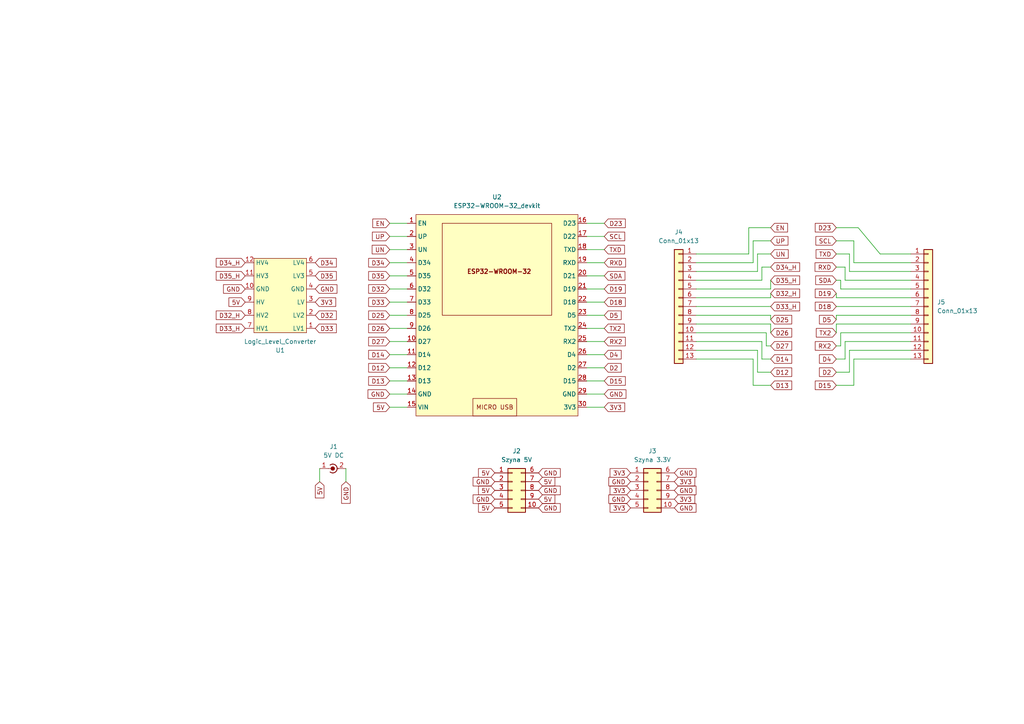
<source format=kicad_sch>
(kicad_sch (version 20211123) (generator eeschema)
  (paper "A4")
  (lib_symbols
    (symbol "Connector:Conn_Coaxial_Power" (pin_names (offset 1.016) hide)
      (property "Reference" "J" (at -5.08 -1.27 90))
      (property "Value" "Conn_Coaxial_Power" (at -3.175 -1.27 90))
      (symbol "Conn_Coaxial_Power_0_1"
        (arc (start -1.27 -1.27) (mid 0 -2.54) (end 1.27 -1.27) (stroke (width 0.254)))
        (arc (start -1.016 -0.508) (mid -1.2048 -0.8684) (end -1.27 -1.27) (stroke (width 0.254)))
        (circle (center 0 -1.27) (radius 0.508) (stroke (width 0.2032)) (fill (type outline)))
        (polyline (pts (xy 0 -2.54) (xy 0 -3.048)))
        (polyline (pts (xy 0 0) (xy 0 -1.27)))
        (arc (start 1.27 -1.27) (mid 1.2048 -0.8684) (end 1.016 -0.508) (stroke (width 0.254)))
      )
      (symbol "Conn_Coaxial_Power_1_1"
        (pin passive line (at 0 2.54 270) (length 2.54) (name "In") (number "1"))
        (pin passive line (at 0 -5.08 90) (length 2.54) (name "Ext") (number "2"))
      )
    )
    (symbol "Connector_Generic:Conn_01x13" (pin_names (offset 1.016) hide)
      (property "Reference" "J" (at 0 17.78 0))
      (property "Value" "Conn_01x13" (at 0 -17.78 0))
      (symbol "Conn_01x13_1_1"
        (rectangle (start -1.27 -15.113) (end 0 -15.367) (stroke (width 0.1524)))
        (rectangle (start -1.27 -12.573) (end 0 -12.827) (stroke (width 0.1524)))
        (rectangle (start -1.27 -10.033) (end 0 -10.287) (stroke (width 0.1524)))
        (rectangle (start -1.27 -7.493) (end 0 -7.747) (stroke (width 0.1524)))
        (rectangle (start -1.27 -4.953) (end 0 -5.207) (stroke (width 0.1524)))
        (rectangle (start -1.27 -2.413) (end 0 -2.667) (stroke (width 0.1524)))
        (rectangle (start -1.27 0.127) (end 0 -0.127) (stroke (width 0.1524)))
        (rectangle (start -1.27 2.667) (end 0 2.413) (stroke (width 0.1524)))
        (rectangle (start -1.27 5.207) (end 0 4.953) (stroke (width 0.1524)))
        (rectangle (start -1.27 7.747) (end 0 7.493) (stroke (width 0.1524)))
        (rectangle (start -1.27 10.287) (end 0 10.033) (stroke (width 0.1524)))
        (rectangle (start -1.27 12.827) (end 0 12.573) (stroke (width 0.1524)))
        (rectangle (start -1.27 15.367) (end 0 15.113) (stroke (width 0.1524)))
        (rectangle (start -1.27 16.51) (end 1.27 -16.51) (stroke (width 0.254)) (fill (type background)))
        (pin passive line (at -5.08 15.24 0) (length 3.81) (name "Pin_1") (number "1"))
        (pin passive line (at -5.08 -7.62 0) (length 3.81) (name "Pin_10") (number "10"))
        (pin passive line (at -5.08 -10.16 0) (length 3.81) (name "Pin_11") (number "11"))
        (pin passive line (at -5.08 -12.7 0) (length 3.81) (name "Pin_12") (number "12"))
        (pin passive line (at -5.08 -15.24 0) (length 3.81) (name "Pin_13") (number "13"))
        (pin passive line (at -5.08 12.7 0) (length 3.81) (name "Pin_2") (number "2"))
        (pin passive line (at -5.08 10.16 0) (length 3.81) (name "Pin_3") (number "3"))
        (pin passive line (at -5.08 7.62 0) (length 3.81) (name "Pin_4") (number "4"))
        (pin passive line (at -5.08 5.08 0) (length 3.81) (name "Pin_5") (number "5"))
        (pin passive line (at -5.08 2.54 0) (length 3.81) (name "Pin_6") (number "6"))
        (pin passive line (at -5.08 0 0) (length 3.81) (name "Pin_7") (number "7"))
        (pin passive line (at -5.08 -2.54 0) (length 3.81) (name "Pin_8") (number "8"))
        (pin passive line (at -5.08 -5.08 0) (length 3.81) (name "Pin_9") (number "9"))
      )
    )
    (symbol "Connector_Generic:Conn_02x05_Top_Bottom" (pin_names (offset 1.016) hide)
      (property "Reference" "J" (at 1.27 7.62 0))
      (property "Value" "Conn_02x05_Top_Bottom" (at 1.27 -7.62 0))
      (symbol "Conn_02x05_Top_Bottom_1_1"
        (rectangle (start -1.27 -4.953) (end 0 -5.207) (stroke (width 0.1524)))
        (rectangle (start -1.27 -2.413) (end 0 -2.667) (stroke (width 0.1524)))
        (rectangle (start -1.27 0.127) (end 0 -0.127) (stroke (width 0.1524)))
        (rectangle (start -1.27 2.667) (end 0 2.413) (stroke (width 0.1524)))
        (rectangle (start -1.27 5.207) (end 0 4.953) (stroke (width 0.1524)))
        (rectangle (start -1.27 6.35) (end 3.81 -6.35) (stroke (width 0.254)) (fill (type background)))
        (rectangle (start 3.81 -4.953) (end 2.54 -5.207) (stroke (width 0.1524)))
        (rectangle (start 3.81 -2.413) (end 2.54 -2.667) (stroke (width 0.1524)))
        (rectangle (start 3.81 0.127) (end 2.54 -0.127) (stroke (width 0.1524)))
        (rectangle (start 3.81 2.667) (end 2.54 2.413) (stroke (width 0.1524)))
        (rectangle (start 3.81 5.207) (end 2.54 4.953) (stroke (width 0.1524)))
        (pin passive line (at -5.08 5.08 0) (length 3.81) (name "Pin_1") (number "1"))
        (pin passive line (at 7.62 -5.08 180) (length 3.81) (name "Pin_10") (number "10"))
        (pin passive line (at -5.08 2.54 0) (length 3.81) (name "Pin_2") (number "2"))
        (pin passive line (at -5.08 0 0) (length 3.81) (name "Pin_3") (number "3"))
        (pin passive line (at -5.08 -2.54 0) (length 3.81) (name "Pin_4") (number "4"))
        (pin passive line (at -5.08 -5.08 0) (length 3.81) (name "Pin_5") (number "5"))
        (pin passive line (at 7.62 5.08 180) (length 3.81) (name "Pin_6") (number "6"))
        (pin passive line (at 7.62 2.54 180) (length 3.81) (name "Pin_7") (number "7"))
        (pin passive line (at 7.62 0 180) (length 3.81) (name "Pin_8") (number "8"))
        (pin passive line (at 7.62 -2.54 180) (length 3.81) (name "Pin_9") (number "9"))
      )
    )
    (symbol "my_symbol_lib:ESP32-WROOM-32_devkit"
      (property "Reference" "U" (at 0 0 0))
      (property "Value" "ESP32-WROOM-32_devkit" (at 0 -2.54 0))
      (symbol "ESP32-WROOM-32_devkit_0_0"
        (rectangle (start -15.24 125.73) (end 16.51 99.06))
        (text "ESP32-WROOM-32" (at 1.27 111.76 0) (effects (font (size 1.27 1.27) bold)))
        (text "MICRO USB" (at 0 72.39 0) (effects (font (size 1.27 1.27))))
      )
      (symbol "ESP32-WROOM-32_devkit_0_1"
        (rectangle (start -22.86 128.27) (end 24.13 69.85) (fill (type background)))
        (rectangle (start -6.35 74.93) (end 6.35 69.85))
      )
      (symbol "ESP32-WROOM-32_devkit_1_1"
        (pin input line (at -25.4 125.73 0) (length 2.54) (name "EN") (number "1"))
        (pin input line (at -25.4 91.44 0) (length 2.54) (name "D27") (number "10"))
        (pin input line (at -25.4 87.63 0) (length 2.54) (name "D14") (number "11"))
        (pin input line (at -25.4 83.82 0) (length 2.54) (name "D12") (number "12"))
        (pin input line (at -25.4 80.01 0) (length 2.54) (name "D13") (number "13"))
        (pin input line (at -25.4 76.2 0) (length 2.54) (name "GND") (number "14"))
        (pin input line (at -25.4 72.39 0) (length 2.54) (name "VIN") (number "15"))
        (pin input line (at 26.67 125.73 180) (length 2.54) (name "D23") (number "16"))
        (pin input line (at 26.67 121.92 180) (length 2.54) (name "D22") (number "17"))
        (pin input line (at 26.67 118.11 180) (length 2.54) (name "TXD") (number "18"))
        (pin input line (at 26.67 114.3 180) (length 2.54) (name "RXD") (number "19"))
        (pin input line (at -25.4 121.92 0) (length 2.54) (name "UP") (number "2"))
        (pin input line (at 26.67 110.49 180) (length 2.54) (name "D21") (number "20"))
        (pin input line (at 26.67 106.68 180) (length 2.54) (name "D19") (number "21"))
        (pin input line (at 26.67 102.87 180) (length 2.54) (name "D18") (number "22"))
        (pin input line (at 26.67 99.06 180) (length 2.54) (name "D5") (number "23"))
        (pin input line (at 26.67 95.25 180) (length 2.54) (name "TX2") (number "24"))
        (pin input line (at 26.67 91.44 180) (length 2.54) (name "RX2") (number "25"))
        (pin input line (at 26.67 87.63 180) (length 2.54) (name "D4") (number "26"))
        (pin input line (at 26.67 83.82 180) (length 2.54) (name "D2") (number "27"))
        (pin input line (at 26.67 80.01 180) (length 2.54) (name "D15") (number "28"))
        (pin input line (at 26.67 76.2 180) (length 2.54) (name "GND") (number "29"))
        (pin input line (at -25.4 118.11 0) (length 2.54) (name "UN") (number "3"))
        (pin input line (at 26.67 72.39 180) (length 2.54) (name "3V3") (number "30"))
        (pin input line (at -25.4 114.3 0) (length 2.54) (name "D34") (number "4"))
        (pin input line (at -25.4 110.49 0) (length 2.54) (name "D35") (number "5"))
        (pin input line (at -25.4 106.68 0) (length 2.54) (name "D32") (number "6"))
        (pin input line (at -25.4 102.87 0) (length 2.54) (name "D33") (number "7"))
        (pin input line (at -25.4 99.06 0) (length 2.54) (name "D25") (number "8"))
        (pin input line (at -25.4 95.25 0) (length 2.54) (name "D26") (number "9"))
      )
    )
    (symbol "my_symbol_lib:Logic_Level_Converter"
      (property "Reference" "U" (at 0 2.54 0))
      (property "Value" "Logic_Level_Converter" (at 0 5.08 0))
      (symbol "Logic_Level_Converter_0_1"
        (rectangle (start -7.62 30.48) (end 7.62 8.89) (fill (type background)))
      )
      (symbol "Logic_Level_Converter_1_1"
        (pin bidirectional line (at -10.16 29.21 0) (length 2.54) (name "LV1") (number "1"))
        (pin bidirectional line (at 10.16 17.78 180) (length 2.54) (name "GND") (number "10"))
        (pin bidirectional line (at 10.16 13.97 180) (length 2.54) (name "HV3") (number "11"))
        (pin bidirectional line (at 10.16 10.16 180) (length 2.54) (name "HV4") (number "12"))
        (pin bidirectional line (at -10.16 25.4 0) (length 2.54) (name "LV2") (number "2"))
        (pin bidirectional line (at -10.16 21.59 0) (length 2.54) (name "LV") (number "3"))
        (pin bidirectional line (at -10.16 17.78 0) (length 2.54) (name "GND") (number "4"))
        (pin bidirectional line (at -10.16 13.97 0) (length 2.54) (name "LV3") (number "5"))
        (pin bidirectional line (at -10.16 10.16 0) (length 2.54) (name "LV4") (number "6"))
        (pin bidirectional line (at 10.16 29.21 180) (length 2.54) (name "HV1") (number "7"))
        (pin bidirectional line (at 10.16 25.4 180) (length 2.54) (name "HV2") (number "8"))
        (pin bidirectional line (at 10.16 21.59 180) (length 2.54) (name "HV") (number "9"))
      )
    )
  )
  (wire (pts (xy 219.71 78.74) (xy 219.71 73.66)))
  (wire (pts (xy 222.25 96.52) (xy 222.25 100.33)))
  (wire (pts (xy 113.03 118.11) (xy 118.11 118.11)))
  (wire (pts (xy 222.25 100.33) (xy 223.52 100.33)))
  (wire (pts (xy 113.03 68.58) (xy 118.11 68.58)))
  (wire (pts (xy 245.11 77.47) (xy 242.57 77.47)))
  (wire (pts (xy 170.18 72.39) (xy 175.26 72.39)))
  (wire (pts (xy 242.57 88.9) (xy 264.16 88.9)))
  (wire (pts (xy 245.11 81.28) (xy 245.11 77.47)))
  (wire (pts (xy 201.93 78.74) (xy 219.71 78.74)))
  (wire (pts (xy 245.11 99.06) (xy 245.11 104.14)))
  (wire (pts (xy 113.03 80.01) (xy 118.11 80.01)))
  (wire (pts (xy 220.98 99.06) (xy 220.98 104.14)))
  (wire (pts (xy 247.65 111.76) (xy 242.57 111.76)))
  (wire (pts (xy 218.44 111.76) (xy 223.52 111.76)))
  (wire (pts (xy 242.57 86.36) (xy 264.16 86.36)))
  (wire (pts (xy 201.93 99.06) (xy 220.98 99.06)))
  (wire (pts (xy 170.18 95.25) (xy 175.26 95.25)))
  (wire (pts (xy 243.84 100.33) (xy 242.57 100.33)))
  (wire (pts (xy 245.11 99.06) (xy 264.16 99.06)))
  (wire (pts (xy 170.18 68.58) (xy 175.26 68.58)))
  (wire (pts (xy 113.03 83.82) (xy 118.11 83.82)))
  (wire (pts (xy 242.57 86.36) (xy 242.57 85.09)))
  (wire (pts (xy 223.52 86.36) (xy 223.52 85.09)))
  (wire (pts (xy 246.38 101.6) (xy 246.38 107.95)))
  (wire (pts (xy 247.65 104.14) (xy 247.65 111.76)))
  (wire (pts (xy 201.93 76.2) (xy 218.44 76.2)))
  (wire (pts (xy 220.98 81.28) (xy 220.98 77.47)))
  (wire (pts (xy 223.52 91.44) (xy 223.52 92.71)))
  (wire (pts (xy 223.52 83.82) (xy 223.52 81.28)))
  (wire (pts (xy 246.38 78.74) (xy 264.16 78.74)))
  (wire (pts (xy 170.18 64.77) (xy 175.26 64.77)))
  (wire (pts (xy 219.71 73.66) (xy 223.52 73.66)))
  (wire (pts (xy 246.38 101.6) (xy 264.16 101.6)))
  (wire (pts (xy 170.18 114.3) (xy 175.26 114.3)))
  (wire (pts (xy 242.57 93.98) (xy 264.16 93.98)))
  (wire (pts (xy 170.18 87.63) (xy 175.26 87.63)))
  (wire (pts (xy 218.44 69.85) (xy 223.52 69.85)))
  (wire (pts (xy 247.65 76.2) (xy 247.65 69.85)))
  (wire (pts (xy 170.18 83.82) (xy 175.26 83.82)))
  (wire (pts (xy 245.11 104.14) (xy 242.57 104.14)))
  (wire (pts (xy 113.03 110.49) (xy 118.11 110.49)))
  (wire (pts (xy 170.18 91.44) (xy 175.26 91.44)))
  (wire (pts (xy 170.18 76.2) (xy 175.26 76.2)))
  (wire (pts (xy 255.27 73.66) (xy 248.92 66.04)))
  (wire (pts (xy 113.03 76.2) (xy 118.11 76.2)))
  (wire (pts (xy 201.93 73.66) (xy 217.17 73.66)))
  (wire (pts (xy 113.03 99.06) (xy 118.11 99.06)))
  (wire (pts (xy 113.03 95.25) (xy 118.11 95.25)))
  (wire (pts (xy 201.93 93.98) (xy 223.52 93.98)))
  (wire (pts (xy 242.57 93.98) (xy 242.57 96.52)))
  (wire (pts (xy 242.57 91.44) (xy 242.57 92.71)))
  (wire (pts (xy 217.17 73.66) (xy 217.17 66.04)))
  (wire (pts (xy 248.92 66.04) (xy 242.57 66.04)))
  (wire (pts (xy 170.18 106.68) (xy 175.26 106.68)))
  (wire (pts (xy 113.03 114.3) (xy 118.11 114.3)))
  (wire (pts (xy 201.93 101.6) (xy 219.71 101.6)))
  (wire (pts (xy 201.93 96.52) (xy 222.25 96.52)))
  (wire (pts (xy 201.93 83.82) (xy 223.52 83.82)))
  (wire (pts (xy 113.03 106.68) (xy 118.11 106.68)))
  (wire (pts (xy 217.17 66.04) (xy 223.52 66.04)))
  (wire (pts (xy 255.27 73.66) (xy 264.16 73.66)))
  (wire (pts (xy 223.52 93.98) (xy 223.52 96.52)))
  (wire (pts (xy 243.84 83.82) (xy 243.84 81.28)))
  (wire (pts (xy 100.33 135.89) (xy 100.33 139.7)))
  (wire (pts (xy 220.98 104.14) (xy 223.52 104.14)))
  (wire (pts (xy 113.03 91.44) (xy 118.11 91.44)))
  (wire (pts (xy 170.18 118.11) (xy 175.26 118.11)))
  (wire (pts (xy 246.38 73.66) (xy 242.57 73.66)))
  (wire (pts (xy 218.44 104.14) (xy 218.44 111.76)))
  (wire (pts (xy 219.71 101.6) (xy 219.71 107.95)))
  (wire (pts (xy 201.93 104.14) (xy 218.44 104.14)))
  (wire (pts (xy 246.38 78.74) (xy 246.38 73.66)))
  (wire (pts (xy 170.18 99.06) (xy 175.26 99.06)))
  (wire (pts (xy 113.03 72.39) (xy 118.11 72.39)))
  (wire (pts (xy 113.03 87.63) (xy 118.11 87.63)))
  (wire (pts (xy 242.57 91.44) (xy 264.16 91.44)))
  (wire (pts (xy 201.93 81.28) (xy 220.98 81.28)))
  (wire (pts (xy 247.65 69.85) (xy 242.57 69.85)))
  (wire (pts (xy 245.11 81.28) (xy 264.16 81.28)))
  (wire (pts (xy 243.84 96.52) (xy 243.84 100.33)))
  (wire (pts (xy 170.18 110.49) (xy 175.26 110.49)))
  (wire (pts (xy 218.44 76.2) (xy 218.44 69.85)))
  (wire (pts (xy 170.18 80.01) (xy 175.26 80.01)))
  (wire (pts (xy 113.03 64.77) (xy 118.11 64.77)))
  (wire (pts (xy 246.38 107.95) (xy 242.57 107.95)))
  (wire (pts (xy 247.65 76.2) (xy 264.16 76.2)))
  (wire (pts (xy 243.84 81.28) (xy 242.57 81.28)))
  (wire (pts (xy 201.93 86.36) (xy 223.52 86.36)))
  (wire (pts (xy 113.03 102.87) (xy 118.11 102.87)))
  (wire (pts (xy 243.84 83.82) (xy 264.16 83.82)))
  (wire (pts (xy 243.84 96.52) (xy 264.16 96.52)))
  (wire (pts (xy 92.71 135.89) (xy 92.71 139.7)))
  (wire (pts (xy 201.93 91.44) (xy 223.52 91.44)))
  (wire (pts (xy 170.18 102.87) (xy 175.26 102.87)))
  (wire (pts (xy 247.65 104.14) (xy 264.16 104.14)))
  (wire (pts (xy 219.71 107.95) (xy 223.52 107.95)))
  (wire (pts (xy 220.98 77.47) (xy 223.52 77.47)))
  (wire (pts (xy 201.93 88.9) (xy 223.52 88.9)))
  (global_label "D32_H" (shape input) (at 71.12 91.44 180) (property "Intersheet References" "${INTERSHEET_REFS}" (effects hide)))
  (global_label "3V3" (shape input) (at 195.58 144.78 0) (property "Intersheet References" "${INTERSHEET_REFS}" (effects hide)))
  (global_label "RXD" (shape input) (at 242.57 77.47 180) (property "Intersheet References" "${INTERSHEET_REFS}" (effects hide)))
  (global_label "D25" (shape input) (at 113.03 91.44 180) (property "Intersheet References" "${INTERSHEET_REFS}" (effects hide)))
  (global_label "3V3" (shape input) (at 182.88 147.32 180) (property "Intersheet References" "${INTERSHEET_REFS}" (effects hide)))
  (global_label "D4" (shape input) (at 175.26 102.87 0) (property "Intersheet References" "${INTERSHEET_REFS}" (effects hide)))
  (global_label "5V" (shape input) (at 71.12 87.63 180) (property "Intersheet References" "${INTERSHEET_REFS}" (effects hide)))
  (global_label "SCL" (shape input) (at 175.26 68.58 0) (property "Intersheet References" "${INTERSHEET_REFS}" (effects hide)))
  (global_label "D34_H" (shape input) (at 223.52 77.47 0) (property "Intersheet References" "${INTERSHEET_REFS}" (effects hide)))
  (global_label "D23" (shape input) (at 242.57 66.04 180) (property "Intersheet References" "${INTERSHEET_REFS}" (effects hide)))
  (global_label "5V" (shape input) (at 143.51 147.32 180) (property "Intersheet References" "${INTERSHEET_REFS}" (effects hide)))
  (global_label "GND" (shape input) (at 71.12 83.82 180) (property "Intersheet References" "${INTERSHEET_REFS}" (effects hide)))
  (global_label "5V" (shape input) (at 113.03 118.11 180) (property "Intersheet References" "${INTERSHEET_REFS}" (effects hide)))
  (global_label "D12" (shape input) (at 223.52 107.95 0) (property "Intersheet References" "${INTERSHEET_REFS}" (effects hide)))
  (global_label "D34" (shape input) (at 113.03 76.2 180) (property "Intersheet References" "${INTERSHEET_REFS}" (effects hide)))
  (global_label "D5" (shape input) (at 242.57 92.71 180) (property "Intersheet References" "${INTERSHEET_REFS}" (effects hide)))
  (global_label "5V" (shape input) (at 143.51 137.16 180) (property "Intersheet References" "${INTERSHEET_REFS}" (effects hide)))
  (global_label "GND" (shape input) (at 91.44 83.82 0) (property "Intersheet References" "${INTERSHEET_REFS}" (effects hide)))
  (global_label "3V3" (shape input) (at 91.44 87.63 0) (property "Intersheet References" "${INTERSHEET_REFS}" (effects hide)))
  (global_label "D34_H" (shape input) (at 71.12 76.2 180) (property "Intersheet References" "${INTERSHEET_REFS}" (effects hide)))
  (global_label "D32" (shape input) (at 91.44 91.44 0) (property "Intersheet References" "${INTERSHEET_REFS}" (effects hide)))
  (global_label "D26" (shape input) (at 113.03 95.25 180) (property "Intersheet References" "${INTERSHEET_REFS}" (effects hide)))
  (global_label "D35" (shape input) (at 91.44 80.01 0) (property "Intersheet References" "${INTERSHEET_REFS}" (effects hide)))
  (global_label "GND" (shape input) (at 156.21 142.24 0) (property "Intersheet References" "${INTERSHEET_REFS}" (effects hide)))
  (global_label "RXD" (shape input) (at 175.26 76.2 0) (property "Intersheet References" "${INTERSHEET_REFS}" (effects hide)))
  (global_label "UP" (shape input) (at 113.03 68.58 180) (property "Intersheet References" "${INTERSHEET_REFS}" (effects hide)))
  (global_label "5V" (shape input) (at 156.21 144.78 0) (property "Intersheet References" "${INTERSHEET_REFS}" (effects hide)))
  (global_label "D15" (shape input) (at 242.57 111.76 180) (property "Intersheet References" "${INTERSHEET_REFS}" (effects hide)))
  (global_label "TX2" (shape input) (at 175.26 95.25 0) (property "Intersheet References" "${INTERSHEET_REFS}" (effects hide)))
  (global_label "GND" (shape input) (at 195.58 147.32 0) (property "Intersheet References" "${INTERSHEET_REFS}" (effects hide)))
  (global_label "D23" (shape input) (at 175.26 64.77 0) (property "Intersheet References" "${INTERSHEET_REFS}" (effects hide)))
  (global_label "GND" (shape input) (at 195.58 142.24 0) (property "Intersheet References" "${INTERSHEET_REFS}" (effects hide)))
  (global_label "RX2" (shape input) (at 242.57 100.33 180) (property "Intersheet References" "${INTERSHEET_REFS}" (effects hide)))
  (global_label "D27" (shape input) (at 113.03 99.06 180) (property "Intersheet References" "${INTERSHEET_REFS}" (effects hide)))
  (global_label "3V3" (shape input) (at 195.58 139.7 0) (property "Intersheet References" "${INTERSHEET_REFS}" (effects hide)))
  (global_label "D14" (shape input) (at 223.52 104.14 0) (property "Intersheet References" "${INTERSHEET_REFS}" (effects hide)))
  (global_label "3V3" (shape input) (at 175.26 118.11 0) (property "Intersheet References" "${INTERSHEET_REFS}" (effects hide)))
  (global_label "D33_H" (shape input) (at 223.52 88.9 0) (property "Intersheet References" "${INTERSHEET_REFS}" (effects hide)))
  (global_label "D19" (shape input) (at 175.26 83.82 0) (property "Intersheet References" "${INTERSHEET_REFS}" (effects hide)))
  (global_label "D34" (shape input) (at 91.44 76.2 0) (property "Intersheet References" "${INTERSHEET_REFS}" (effects hide)))
  (global_label "D12" (shape input) (at 113.03 106.68 180) (property "Intersheet References" "${INTERSHEET_REFS}" (effects hide)))
  (global_label "RX2" (shape input) (at 175.26 99.06 0) (property "Intersheet References" "${INTERSHEET_REFS}" (effects hide)))
  (global_label "EN" (shape input) (at 223.52 66.04 0) (property "Intersheet References" "${INTERSHEET_REFS}" (effects hide)))
  (global_label "GND" (shape input) (at 156.21 137.16 0) (property "Intersheet References" "${INTERSHEET_REFS}" (effects hide)))
  (global_label "GND" (shape input) (at 175.26 114.3 0) (property "Intersheet References" "${INTERSHEET_REFS}" (effects hide)))
  (global_label "GND" (shape input) (at 156.21 147.32 0) (property "Intersheet References" "${INTERSHEET_REFS}" (effects hide)))
  (global_label "D33" (shape input) (at 113.03 87.63 180) (property "Intersheet References" "${INTERSHEET_REFS}" (effects hide)))
  (global_label "GND" (shape input) (at 143.51 144.78 180) (property "Intersheet References" "${INTERSHEET_REFS}" (effects hide)))
  (global_label "3V3" (shape input) (at 182.88 137.16 180) (property "Intersheet References" "${INTERSHEET_REFS}" (effects hide)))
  (global_label "GND" (shape input) (at 195.58 137.16 0) (property "Intersheet References" "${INTERSHEET_REFS}" (effects hide)))
  (global_label "UN" (shape input) (at 223.52 73.66 0) (property "Intersheet References" "${INTERSHEET_REFS}" (effects hide)))
  (global_label "D26" (shape input) (at 223.52 96.52 0) (property "Intersheet References" "${INTERSHEET_REFS}" (effects hide)))
  (global_label "D33" (shape input) (at 91.44 95.25 0) (property "Intersheet References" "${INTERSHEET_REFS}" (effects hide)))
  (global_label "D14" (shape input) (at 113.03 102.87 180) (property "Intersheet References" "${INTERSHEET_REFS}" (effects hide)))
  (global_label "D32" (shape input) (at 113.03 83.82 180) (property "Intersheet References" "${INTERSHEET_REFS}" (effects hide)))
  (global_label "D5" (shape input) (at 175.26 91.44 0) (property "Intersheet References" "${INTERSHEET_REFS}" (effects hide)))
  (global_label "D18" (shape input) (at 175.26 87.63 0) (property "Intersheet References" "${INTERSHEET_REFS}" (effects hide)))
  (global_label "D13" (shape input) (at 223.52 111.76 0) (property "Intersheet References" "${INTERSHEET_REFS}" (effects hide)))
  (global_label "D35_H" (shape input) (at 71.12 80.01 180) (property "Intersheet References" "${INTERSHEET_REFS}" (effects hide)))
  (global_label "D25" (shape input) (at 223.52 92.71 0) (property "Intersheet References" "${INTERSHEET_REFS}" (effects hide)))
  (global_label "TX2" (shape input) (at 242.57 96.52 180) (property "Intersheet References" "${INTERSHEET_REFS}" (effects hide)))
  (global_label "SCL" (shape input) (at 242.57 69.85 180) (property "Intersheet References" "${INTERSHEET_REFS}" (effects hide)))
  (global_label "UP" (shape input) (at 223.52 69.85 0) (property "Intersheet References" "${INTERSHEET_REFS}" (effects hide)))
  (global_label "D35" (shape input) (at 113.03 80.01 180) (property "Intersheet References" "${INTERSHEET_REFS}" (effects hide)))
  (global_label "D18" (shape input) (at 242.57 88.9 180) (property "Intersheet References" "${INTERSHEET_REFS}" (effects hide)))
  (global_label "SDA" (shape input) (at 242.57 81.28 180) (property "Intersheet References" "${INTERSHEET_REFS}" (effects hide)))
  (global_label "SDA" (shape input) (at 175.26 80.01 0) (property "Intersheet References" "${INTERSHEET_REFS}" (effects hide)))
  (global_label "D13" (shape input) (at 113.03 110.49 180) (property "Intersheet References" "${INTERSHEET_REFS}" (effects hide)))
  (global_label "5V" (shape input) (at 92.71 139.7 270) (property "Intersheet References" "${INTERSHEET_REFS}" (effects hide)))
  (global_label "GND" (shape input) (at 182.88 139.7 180) (property "Intersheet References" "${INTERSHEET_REFS}" (effects hide)))
  (global_label "D32_H" (shape input) (at 223.52 85.09 0) (property "Intersheet References" "${INTERSHEET_REFS}" (effects hide)))
  (global_label "GND" (shape input) (at 182.88 144.78 180) (property "Intersheet References" "${INTERSHEET_REFS}" (effects hide)))
  (global_label "D27" (shape input) (at 223.52 100.33 0) (property "Intersheet References" "${INTERSHEET_REFS}" (effects hide)))
  (global_label "D33_H" (shape input) (at 71.12 95.25 180) (property "Intersheet References" "${INTERSHEET_REFS}" (effects hide)))
  (global_label "D2" (shape input) (at 175.26 106.68 0) (property "Intersheet References" "${INTERSHEET_REFS}" (effects hide)))
  (global_label "D2" (shape input) (at 242.57 107.95 180) (property "Intersheet References" "${INTERSHEET_REFS}" (effects hide)))
  (global_label "5V" (shape input) (at 156.21 139.7 0) (property "Intersheet References" "${INTERSHEET_REFS}" (effects hide)))
  (global_label "UN" (shape input) (at 113.03 72.39 180) (property "Intersheet References" "${INTERSHEET_REFS}" (effects hide)))
  (global_label "D4" (shape input) (at 242.57 104.14 180) (property "Intersheet References" "${INTERSHEET_REFS}" (effects hide)))
  (global_label "GND" (shape input) (at 113.03 114.3 180) (property "Intersheet References" "${INTERSHEET_REFS}" (effects hide)))
  (global_label "GND" (shape input) (at 143.51 139.7 180) (property "Intersheet References" "${INTERSHEET_REFS}" (effects hide)))
  (global_label "TXD" (shape input) (at 242.57 73.66 180) (property "Intersheet References" "${INTERSHEET_REFS}" (effects hide)))
  (global_label "D35_H" (shape input) (at 223.52 81.28 0) (property "Intersheet References" "${INTERSHEET_REFS}" (effects hide)))
  (global_label "GND" (shape input) (at 100.33 139.7 270) (property "Intersheet References" "${INTERSHEET_REFS}" (effects hide)))
  (global_label "D15" (shape input) (at 175.26 110.49 0) (property "Intersheet References" "${INTERSHEET_REFS}" (effects hide)))
  (global_label "3V3" (shape input) (at 182.88 142.24 180) (property "Intersheet References" "${INTERSHEET_REFS}" (effects hide)))
  (global_label "D19" (shape input) (at 242.57 85.09 180) (property "Intersheet References" "${INTERSHEET_REFS}" (effects hide)))
  (global_label "TXD" (shape input) (at 175.26 72.39 0) (property "Intersheet References" "${INTERSHEET_REFS}" (effects hide)))
  (global_label "5V" (shape input) (at 143.51 142.24 180) (property "Intersheet References" "${INTERSHEET_REFS}" (effects hide)))
  (global_label "EN" (shape input) (at 113.03 64.77 180) (property "Intersheet References" "${INTERSHEET_REFS}" (effects hide)))
  (symbol (lib_id "Connector_Generic:Conn_01x13") (at 269.24 88.9 0) (unit 1)
    (property "Reference" "J5" (at 271.78 87.6299 0) (effects (justify left)))
    (property "Value" "Conn_01x13" (at 271.78 90.1699 0) (effects (justify left)))
    (property "Footprint" "Connector_PinSocket_2.54mm:PinSocket_1x13_P2.54mm_Vertical" (effects hide))
  )
  (symbol (lib_id "Connector:Conn_Coaxial_Power") (at 95.25 135.89 90) (unit 1)
    (property "Reference" "J1" (at 96.774 129.54 90))
    (property "Value" "5V DC" (at 96.774 132.08 90))
    (property "Footprint" "Connector_PinHeader_2.54mm:PinHeader_1x02_P2.54mm_Vertical" (effects hide))
  )
  (symbol (lib_id "Connector_Generic:Conn_01x13") (at 196.85 88.9 0) (mirror y) (unit 1)
    (property "Reference" "J4" (at 196.85 67.31 0))
    (property "Value" "Conn_01x13" (at 196.85 69.85 0))
    (property "Footprint" "Connector_PinSocket_2.54mm:PinSocket_1x13_P2.54mm_Vertical" (effects hide))
  )
  (symbol (lib_id "my_symbol_lib:ESP32-WROOM-32_devkit") (at 143.51 190.5 0) (unit 1)
    (property "Reference" "U2" (at 144.145 57.15 0))
    (property "Value" "ESP32-WROOM-32_devkit" (at 144.145 59.69 0))
    (property "Footprint" "my_Footprints:esp32-wroom-devkit-v2" (effects hide))
  )
  (symbol (lib_id "Connector_Generic:Conn_02x05_Top_Bottom") (at 148.59 142.24 0) (unit 1)
    (property "Reference" "J2" (at 149.86 130.81 0))
    (property "Value" "Szyna 5V" (at 149.86 133.35 0))
    (property "Footprint" "my_Footprints:PinHeader_2x05_P2.54mm_Vertical" (effects hide))
  )
  (symbol (lib_id "Connector_Generic:Conn_02x05_Top_Bottom") (at 187.96 142.24 0) (unit 1)
    (property "Reference" "J3" (at 189.23 130.81 0))
    (property "Value" "Szyna 3.3V" (at 189.23 133.35 0))
    (property "Footprint" "my_Footprints:PinHeader_2x05_P2.54mm_Vertical" (effects hide))
  )
  (symbol (lib_id "my_symbol_lib:Logic_Level_Converter") (at 81.28 66.04 180) (unit 1)
    (property "Reference" "U1" (at 81.28 101.6 0))
    (property "Value" "Logic_Level_Converter" (at 81.28 99.06 0))
    (property "Footprint" "my_Footprints:logic_level_converter" (effects hide))
  )
)
</source>
